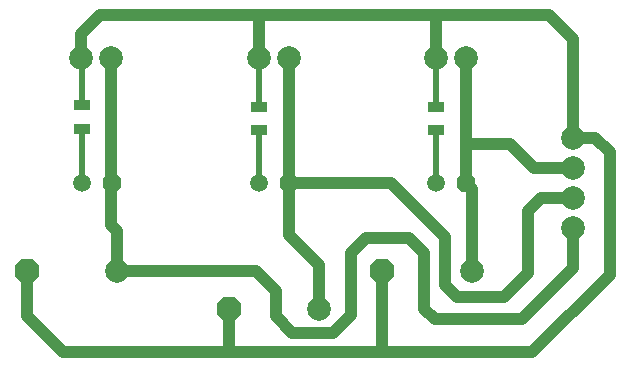
<source format=gtl>
%FSLAX24Y24*%
%MOIN*%
G70*
G01*
G75*
G04 Layer_Physical_Order=1*
G04 Layer_Color=255*
%ADD10R,0.0551X0.0374*%
%ADD11C,0.0197*%
%ADD12C,0.0394*%
G04:AMPARAMS|DCode=13|XSize=59.1mil|YSize=59.1mil|CornerRadius=0mil|HoleSize=0mil|Usage=FLASHONLY|Rotation=0.000|XOffset=0mil|YOffset=0mil|HoleType=Round|Shape=Octagon|*
%AMOCTAGOND13*
4,1,8,0.0295,-0.0148,0.0295,0.0148,0.0148,0.0295,-0.0148,0.0295,-0.0295,0.0148,-0.0295,-0.0148,-0.0148,-0.0295,0.0148,-0.0295,0.0295,-0.0148,0.0*
%
%ADD13OCTAGOND13*%

%ADD14C,0.0591*%
%ADD15C,0.0787*%
G04:AMPARAMS|DCode=16|XSize=78.7mil|YSize=78.7mil|CornerRadius=0mil|HoleSize=0mil|Usage=FLASHONLY|Rotation=180.000|XOffset=0mil|YOffset=0mil|HoleType=Round|Shape=Octagon|*
%AMOCTAGOND16*
4,1,8,-0.0394,0.0197,-0.0394,-0.0197,-0.0197,-0.0394,0.0197,-0.0394,0.0394,-0.0197,0.0394,0.0197,0.0197,0.0394,-0.0197,0.0394,-0.0394,0.0197,0.0*
%
%ADD16OCTAGOND16*%

D10*
X21150Y18694D02*
D03*
Y17906D02*
D03*
X15250Y18744D02*
D03*
Y17956D02*
D03*
X27050Y18694D02*
D03*
Y17906D02*
D03*
D11*
X15250Y16142D02*
Y17956D01*
X21150Y16150D02*
Y17856D01*
X15250Y18744D02*
Y20250D01*
X21150Y18694D02*
Y20300D01*
X27050Y18694D02*
Y20300D01*
X21100Y18744D02*
X21150Y18694D01*
X27050Y16142D02*
Y17906D01*
D12*
X13400Y11700D02*
Y13200D01*
X15200Y20300D02*
Y21100D01*
X15850Y21750D01*
X21150Y20300D02*
Y21700D01*
X20154Y10704D02*
Y11950D01*
X25250Y10700D02*
Y13200D01*
X16200Y14750D02*
X16400Y14550D01*
Y13200D02*
Y14550D01*
X16200Y14750D02*
Y20300D01*
X22150Y14400D02*
X23154Y13396D01*
Y11950D02*
Y13396D01*
X22150Y14400D02*
Y16150D01*
Y20300D01*
X28050Y16142D02*
X28250Y15942D01*
Y13200D02*
Y15942D01*
X32825Y13075D02*
Y17175D01*
X32350Y17650D02*
X32825Y17175D01*
X31600Y17650D02*
X32350D01*
X30300Y16650D02*
X31600D01*
X29500Y17450D02*
X30300Y16650D01*
X28050Y17450D02*
X29500D01*
X28050Y16142D02*
Y17450D01*
Y20300D01*
X16400Y13200D02*
X21050D01*
X21700Y12550D01*
Y11700D02*
Y12550D01*
Y11700D02*
X22250Y11150D01*
X23600D01*
X24200Y11750D01*
X31600Y13300D02*
Y14650D01*
X27000Y11600D02*
X29900D01*
X31600Y13300D01*
X26650Y11950D02*
X27000Y11600D01*
X22150Y16150D02*
X25550D01*
X27350Y14350D01*
Y12750D02*
Y14350D01*
Y12750D02*
X27750Y12350D01*
X29300D01*
X30100Y13150D01*
Y15200D01*
X30550Y15650D01*
X31600D01*
X26150Y14300D02*
X26650Y13800D01*
Y11950D02*
Y13800D01*
X24200Y11750D02*
Y13800D01*
X24700Y14300D01*
X26150D01*
X13400Y11700D02*
X14600Y10500D01*
X30250D01*
X32825Y13075D01*
X15850Y21750D02*
X27050D01*
Y20300D02*
Y21750D01*
X30800D01*
X31600Y20950D01*
Y17650D02*
Y20950D01*
D13*
X16250Y16142D02*
D03*
X22150Y16150D02*
D03*
X28050Y16142D02*
D03*
D14*
X15250D02*
D03*
X21150Y16150D02*
D03*
X27050Y16142D02*
D03*
D15*
X15200Y20300D02*
D03*
X16200D02*
D03*
X27050D02*
D03*
X28050D02*
D03*
X21150D02*
D03*
X22150D02*
D03*
X31600Y17650D02*
D03*
Y16650D02*
D03*
Y15650D02*
D03*
Y14650D02*
D03*
X16400Y13200D02*
D03*
X23154Y11950D02*
D03*
X28250Y13200D02*
D03*
D16*
X13400Y13200D02*
D03*
X20154Y11950D02*
D03*
X25250Y13200D02*
D03*
M02*

</source>
